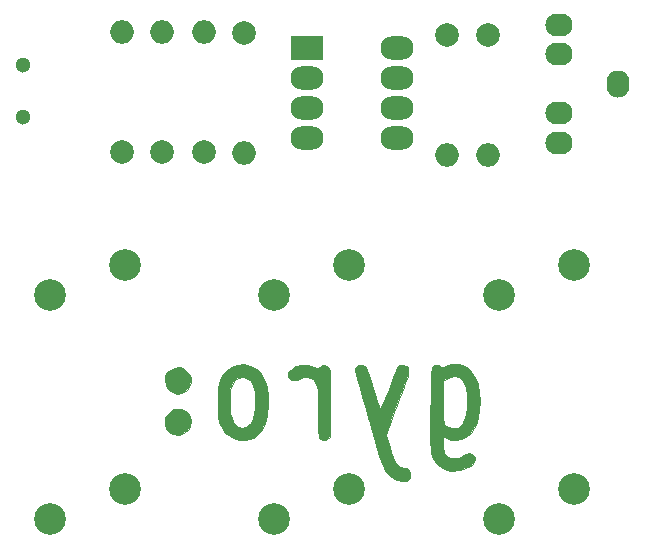
<source format=gbs>
G04 #@! TF.FileFunction,Soldermask,Bot*
%FSLAX46Y46*%
G04 Gerber Fmt 4.6, Leading zero omitted, Abs format (unit mm)*
G04 Created by KiCad (PCBNEW 4.0.6) date Sunday, July 23, 2017 'AMt' 03:34:07 AM*
%MOMM*%
%LPD*%
G01*
G04 APERTURE LIST*
%ADD10C,0.100000*%
%ADD11C,0.010000*%
%ADD12C,2.686000*%
%ADD13O,1.924000X2.300000*%
%ADD14O,2.300000X1.924000*%
%ADD15R,2.800000X2.000000*%
%ADD16O,2.800000X2.000000*%
%ADD17C,2.000000*%
%ADD18O,2.000000X2.000000*%
%ADD19C,1.300000*%
G04 APERTURE END LIST*
D10*
D11*
G36*
X146654771Y-103460166D02*
X146503222Y-103564500D01*
X146437442Y-103684774D01*
X146325020Y-103939603D01*
X146176049Y-104303998D01*
X146000619Y-104752966D01*
X145808823Y-105261517D01*
X145715214Y-105515880D01*
X145524586Y-106028226D01*
X145350305Y-106478106D01*
X145201225Y-106844154D01*
X145086200Y-107105006D01*
X145014082Y-107239297D01*
X144995982Y-107251547D01*
X144955302Y-107153648D01*
X144875573Y-106917503D01*
X144764508Y-106567613D01*
X144629820Y-106128481D01*
X144479224Y-105624608D01*
X144414967Y-105406000D01*
X144233077Y-104801705D01*
X144069956Y-104294313D01*
X143931510Y-103900640D01*
X143823651Y-103637500D01*
X143752916Y-103522167D01*
X143510472Y-103425264D01*
X143253403Y-103446112D01*
X143032698Y-103564130D01*
X142899344Y-103758741D01*
X142881333Y-103873938D01*
X142904199Y-103982486D01*
X142969794Y-104237429D01*
X143073609Y-104622552D01*
X143211139Y-105121636D01*
X143377875Y-105718466D01*
X143569313Y-106396825D01*
X143780943Y-107140497D01*
X144008260Y-107933264D01*
X144043797Y-108056677D01*
X144327177Y-109035697D01*
X144569990Y-109863817D01*
X144776238Y-110553500D01*
X144949926Y-111117209D01*
X145095058Y-111567405D01*
X145215638Y-111916550D01*
X145315671Y-112177108D01*
X145399160Y-112361539D01*
X145461964Y-112470525D01*
X145734158Y-112777874D01*
X146078042Y-113027361D01*
X146455140Y-113204179D01*
X146826973Y-113293521D01*
X147155063Y-113280579D01*
X147347500Y-113196131D01*
X147497794Y-112996018D01*
X147548248Y-112729532D01*
X147498694Y-112464362D01*
X147349828Y-112268801D01*
X147154156Y-112168227D01*
X147015145Y-112137000D01*
X146705835Y-112061281D01*
X146420980Y-111860604D01*
X146276782Y-111677962D01*
X146192410Y-111497092D01*
X146076839Y-111194728D01*
X145945004Y-110812307D01*
X145811841Y-110391263D01*
X145806054Y-110372061D01*
X145491717Y-109326788D01*
X146186797Y-107451061D01*
X146403728Y-106866633D01*
X146619944Y-106285891D01*
X146822231Y-105744197D01*
X146997375Y-105276915D01*
X147132162Y-104919408D01*
X147170704Y-104817980D01*
X147334513Y-104334244D01*
X147405613Y-103973682D01*
X147384383Y-103718016D01*
X147271202Y-103548968D01*
X147198017Y-103500296D01*
X146920129Y-103421290D01*
X146654771Y-103460166D01*
X146654771Y-103460166D01*
G37*
X146654771Y-103460166D02*
X146503222Y-103564500D01*
X146437442Y-103684774D01*
X146325020Y-103939603D01*
X146176049Y-104303998D01*
X146000619Y-104752966D01*
X145808823Y-105261517D01*
X145715214Y-105515880D01*
X145524586Y-106028226D01*
X145350305Y-106478106D01*
X145201225Y-106844154D01*
X145086200Y-107105006D01*
X145014082Y-107239297D01*
X144995982Y-107251547D01*
X144955302Y-107153648D01*
X144875573Y-106917503D01*
X144764508Y-106567613D01*
X144629820Y-106128481D01*
X144479224Y-105624608D01*
X144414967Y-105406000D01*
X144233077Y-104801705D01*
X144069956Y-104294313D01*
X143931510Y-103900640D01*
X143823651Y-103637500D01*
X143752916Y-103522167D01*
X143510472Y-103425264D01*
X143253403Y-103446112D01*
X143032698Y-103564130D01*
X142899344Y-103758741D01*
X142881333Y-103873938D01*
X142904199Y-103982486D01*
X142969794Y-104237429D01*
X143073609Y-104622552D01*
X143211139Y-105121636D01*
X143377875Y-105718466D01*
X143569313Y-106396825D01*
X143780943Y-107140497D01*
X144008260Y-107933264D01*
X144043797Y-108056677D01*
X144327177Y-109035697D01*
X144569990Y-109863817D01*
X144776238Y-110553500D01*
X144949926Y-111117209D01*
X145095058Y-111567405D01*
X145215638Y-111916550D01*
X145315671Y-112177108D01*
X145399160Y-112361539D01*
X145461964Y-112470525D01*
X145734158Y-112777874D01*
X146078042Y-113027361D01*
X146455140Y-113204179D01*
X146826973Y-113293521D01*
X147155063Y-113280579D01*
X147347500Y-113196131D01*
X147497794Y-112996018D01*
X147548248Y-112729532D01*
X147498694Y-112464362D01*
X147349828Y-112268801D01*
X147154156Y-112168227D01*
X147015145Y-112137000D01*
X146705835Y-112061281D01*
X146420980Y-111860604D01*
X146276782Y-111677962D01*
X146192410Y-111497092D01*
X146076839Y-111194728D01*
X145945004Y-110812307D01*
X145811841Y-110391263D01*
X145806054Y-110372061D01*
X145491717Y-109326788D01*
X146186797Y-107451061D01*
X146403728Y-106866633D01*
X146619944Y-106285891D01*
X146822231Y-105744197D01*
X146997375Y-105276915D01*
X147132162Y-104919408D01*
X147170704Y-104817980D01*
X147334513Y-104334244D01*
X147405613Y-103973682D01*
X147384383Y-103718016D01*
X147271202Y-103548968D01*
X147198017Y-103500296D01*
X146920129Y-103421290D01*
X146654771Y-103460166D01*
G36*
X151005003Y-103374061D02*
X150613745Y-103508062D01*
X150386660Y-103609810D01*
X150252855Y-103635287D01*
X150156895Y-103589201D01*
X150115300Y-103550395D01*
X149924108Y-103441899D01*
X149781666Y-103416333D01*
X149662823Y-103420904D01*
X149567021Y-103445839D01*
X149491255Y-103507968D01*
X149432520Y-103624123D01*
X149387810Y-103811134D01*
X149354120Y-104085833D01*
X149328446Y-104465051D01*
X149307782Y-104965618D01*
X149289123Y-105604367D01*
X149272622Y-106267383D01*
X149249723Y-107419496D01*
X149240929Y-108409587D01*
X149246435Y-109244393D01*
X149266437Y-109930652D01*
X149301130Y-110475103D01*
X149350710Y-110884483D01*
X149414649Y-111163333D01*
X149585725Y-111496789D01*
X149857457Y-111827504D01*
X150180179Y-112106047D01*
X150504223Y-112282986D01*
X150556258Y-112299513D01*
X151089129Y-112378249D01*
X151674910Y-112348056D01*
X152030516Y-112275432D01*
X152475103Y-112107150D01*
X152797079Y-111883144D01*
X152983367Y-111618942D01*
X153020892Y-111330073D01*
X152970291Y-111159425D01*
X152801541Y-110956011D01*
X152558776Y-110895448D01*
X152262680Y-110980209D01*
X152128692Y-111058863D01*
X151670937Y-111280795D01*
X151204168Y-111335109D01*
X150906797Y-111285522D01*
X150653948Y-111182229D01*
X150501490Y-111009797D01*
X150452595Y-110907065D01*
X150403352Y-110722958D01*
X150364470Y-110458144D01*
X150338460Y-110159121D01*
X150327830Y-109872388D01*
X150335091Y-109644445D01*
X150362753Y-109521789D01*
X150377312Y-109512333D01*
X150472685Y-109554126D01*
X150640465Y-109655079D01*
X150646601Y-109659089D01*
X150939562Y-109769115D01*
X151343307Y-109805844D01*
X151869710Y-109724457D01*
X152346226Y-109491238D01*
X152742115Y-109122604D01*
X152821171Y-109016592D01*
X153093407Y-108501137D01*
X153290574Y-107873303D01*
X153409953Y-107173808D01*
X153444959Y-106516055D01*
X152401956Y-106516055D01*
X152366147Y-107104497D01*
X152268478Y-107657623D01*
X152111629Y-108135005D01*
X151898281Y-108496214D01*
X151873937Y-108524394D01*
X151617044Y-108738396D01*
X151335426Y-108812478D01*
X150991321Y-108752971D01*
X150839243Y-108697818D01*
X150606741Y-108578121D01*
X150441795Y-108445470D01*
X150414196Y-108407051D01*
X150389060Y-108277827D01*
X150367083Y-108006927D01*
X150349468Y-107621995D01*
X150337419Y-107150679D01*
X150332139Y-106620622D01*
X150332000Y-106518378D01*
X150332000Y-104783290D01*
X150547642Y-104613666D01*
X150906227Y-104426857D01*
X151286634Y-104387293D01*
X151649604Y-104486703D01*
X151955880Y-104716815D01*
X152111412Y-104943101D01*
X152277269Y-105394929D01*
X152373224Y-105932722D01*
X152401956Y-106516055D01*
X153444959Y-106516055D01*
X153448828Y-106443371D01*
X153404479Y-105722711D01*
X153274189Y-105052546D01*
X153115852Y-104601667D01*
X152820892Y-104104921D01*
X152437608Y-103722984D01*
X151990719Y-103466659D01*
X151504945Y-103346750D01*
X151005003Y-103374061D01*
X151005003Y-103374061D01*
G37*
X151005003Y-103374061D02*
X150613745Y-103508062D01*
X150386660Y-103609810D01*
X150252855Y-103635287D01*
X150156895Y-103589201D01*
X150115300Y-103550395D01*
X149924108Y-103441899D01*
X149781666Y-103416333D01*
X149662823Y-103420904D01*
X149567021Y-103445839D01*
X149491255Y-103507968D01*
X149432520Y-103624123D01*
X149387810Y-103811134D01*
X149354120Y-104085833D01*
X149328446Y-104465051D01*
X149307782Y-104965618D01*
X149289123Y-105604367D01*
X149272622Y-106267383D01*
X149249723Y-107419496D01*
X149240929Y-108409587D01*
X149246435Y-109244393D01*
X149266437Y-109930652D01*
X149301130Y-110475103D01*
X149350710Y-110884483D01*
X149414649Y-111163333D01*
X149585725Y-111496789D01*
X149857457Y-111827504D01*
X150180179Y-112106047D01*
X150504223Y-112282986D01*
X150556258Y-112299513D01*
X151089129Y-112378249D01*
X151674910Y-112348056D01*
X152030516Y-112275432D01*
X152475103Y-112107150D01*
X152797079Y-111883144D01*
X152983367Y-111618942D01*
X153020892Y-111330073D01*
X152970291Y-111159425D01*
X152801541Y-110956011D01*
X152558776Y-110895448D01*
X152262680Y-110980209D01*
X152128692Y-111058863D01*
X151670937Y-111280795D01*
X151204168Y-111335109D01*
X150906797Y-111285522D01*
X150653948Y-111182229D01*
X150501490Y-111009797D01*
X150452595Y-110907065D01*
X150403352Y-110722958D01*
X150364470Y-110458144D01*
X150338460Y-110159121D01*
X150327830Y-109872388D01*
X150335091Y-109644445D01*
X150362753Y-109521789D01*
X150377312Y-109512333D01*
X150472685Y-109554126D01*
X150640465Y-109655079D01*
X150646601Y-109659089D01*
X150939562Y-109769115D01*
X151343307Y-109805844D01*
X151869710Y-109724457D01*
X152346226Y-109491238D01*
X152742115Y-109122604D01*
X152821171Y-109016592D01*
X153093407Y-108501137D01*
X153290574Y-107873303D01*
X153409953Y-107173808D01*
X153444959Y-106516055D01*
X152401956Y-106516055D01*
X152366147Y-107104497D01*
X152268478Y-107657623D01*
X152111629Y-108135005D01*
X151898281Y-108496214D01*
X151873937Y-108524394D01*
X151617044Y-108738396D01*
X151335426Y-108812478D01*
X150991321Y-108752971D01*
X150839243Y-108697818D01*
X150606741Y-108578121D01*
X150441795Y-108445470D01*
X150414196Y-108407051D01*
X150389060Y-108277827D01*
X150367083Y-108006927D01*
X150349468Y-107621995D01*
X150337419Y-107150679D01*
X150332139Y-106620622D01*
X150332000Y-106518378D01*
X150332000Y-104783290D01*
X150547642Y-104613666D01*
X150906227Y-104426857D01*
X151286634Y-104387293D01*
X151649604Y-104486703D01*
X151955880Y-104716815D01*
X152111412Y-104943101D01*
X152277269Y-105394929D01*
X152373224Y-105932722D01*
X152401956Y-106516055D01*
X153444959Y-106516055D01*
X153448828Y-106443371D01*
X153404479Y-105722711D01*
X153274189Y-105052546D01*
X153115852Y-104601667D01*
X152820892Y-104104921D01*
X152437608Y-103722984D01*
X151990719Y-103466659D01*
X151504945Y-103346750D01*
X151005003Y-103374061D01*
G36*
X137883653Y-103558764D02*
X137447429Y-103821987D01*
X137399166Y-103864329D01*
X137231113Y-104098704D01*
X137203324Y-104331726D01*
X137288682Y-104536405D01*
X137460071Y-104685752D01*
X137690373Y-104752778D01*
X137952471Y-104710494D01*
X138140000Y-104601667D01*
X138441353Y-104462870D01*
X138797070Y-104438499D01*
X139137490Y-104527685D01*
X139281842Y-104615882D01*
X139417065Y-104732986D01*
X139523463Y-104861024D01*
X139604457Y-105020887D01*
X139663467Y-105233463D01*
X139703913Y-105519644D01*
X139729214Y-105900318D01*
X139742792Y-106396377D01*
X139748065Y-107028708D01*
X139748666Y-107467247D01*
X139750922Y-108168138D01*
X139758172Y-108714749D01*
X139771139Y-109122078D01*
X139790547Y-109405124D01*
X139817120Y-109578886D01*
X139851581Y-109658362D01*
X139854500Y-109660937D01*
X140127895Y-109797470D01*
X140396361Y-109764834D01*
X140539696Y-109677004D01*
X140764666Y-109500043D01*
X140764666Y-106627521D01*
X140764288Y-105853253D01*
X140762492Y-105230524D01*
X140758288Y-104741540D01*
X140750686Y-104368508D01*
X140738695Y-104093634D01*
X140721324Y-103899125D01*
X140697584Y-103767186D01*
X140666483Y-103680025D01*
X140627030Y-103619848D01*
X140595333Y-103585667D01*
X140363541Y-103437905D01*
X140116495Y-103453660D01*
X139896913Y-103584080D01*
X139745100Y-103688760D01*
X139620459Y-103703058D01*
X139442401Y-103631063D01*
X139398662Y-103609357D01*
X138900159Y-103447235D01*
X138381526Y-103432108D01*
X137883653Y-103558764D01*
X137883653Y-103558764D01*
G37*
X137883653Y-103558764D02*
X137447429Y-103821987D01*
X137399166Y-103864329D01*
X137231113Y-104098704D01*
X137203324Y-104331726D01*
X137288682Y-104536405D01*
X137460071Y-104685752D01*
X137690373Y-104752778D01*
X137952471Y-104710494D01*
X138140000Y-104601667D01*
X138441353Y-104462870D01*
X138797070Y-104438499D01*
X139137490Y-104527685D01*
X139281842Y-104615882D01*
X139417065Y-104732986D01*
X139523463Y-104861024D01*
X139604457Y-105020887D01*
X139663467Y-105233463D01*
X139703913Y-105519644D01*
X139729214Y-105900318D01*
X139742792Y-106396377D01*
X139748065Y-107028708D01*
X139748666Y-107467247D01*
X139750922Y-108168138D01*
X139758172Y-108714749D01*
X139771139Y-109122078D01*
X139790547Y-109405124D01*
X139817120Y-109578886D01*
X139851581Y-109658362D01*
X139854500Y-109660937D01*
X140127895Y-109797470D01*
X140396361Y-109764834D01*
X140539696Y-109677004D01*
X140764666Y-109500043D01*
X140764666Y-106627521D01*
X140764288Y-105853253D01*
X140762492Y-105230524D01*
X140758288Y-104741540D01*
X140750686Y-104368508D01*
X140738695Y-104093634D01*
X140721324Y-103899125D01*
X140697584Y-103767186D01*
X140666483Y-103680025D01*
X140627030Y-103619848D01*
X140595333Y-103585667D01*
X140363541Y-103437905D01*
X140116495Y-103453660D01*
X139896913Y-103584080D01*
X139745100Y-103688760D01*
X139620459Y-103703058D01*
X139442401Y-103631063D01*
X139398662Y-103609357D01*
X138900159Y-103447235D01*
X138381526Y-103432108D01*
X137883653Y-103558764D01*
G36*
X132925596Y-103426370D02*
X132443380Y-103577631D01*
X132024025Y-103850313D01*
X131787166Y-104111015D01*
X131589431Y-104414210D01*
X131443992Y-104721153D01*
X131343703Y-105064925D01*
X131281417Y-105478609D01*
X131249987Y-105995287D01*
X131242237Y-106633667D01*
X131254626Y-107303221D01*
X131294833Y-107834065D01*
X131371815Y-108255765D01*
X131494533Y-108597891D01*
X131671944Y-108890011D01*
X131913007Y-109161694D01*
X132045934Y-109286327D01*
X132520344Y-109626634D01*
X133014540Y-109802850D01*
X133550062Y-109820208D01*
X133939768Y-109746349D01*
X134291709Y-109581561D01*
X134645443Y-109293074D01*
X134961755Y-108921481D01*
X135201431Y-108507377D01*
X135248703Y-108391416D01*
X135443743Y-107652216D01*
X135526280Y-106814252D01*
X135515425Y-106461140D01*
X134444479Y-106461140D01*
X134430886Y-107106311D01*
X134365213Y-107616189D01*
X134240517Y-108018686D01*
X134049859Y-108341714D01*
X133946921Y-108462019D01*
X133638605Y-108692436D01*
X133313157Y-108755984D01*
X132982574Y-108651874D01*
X132818579Y-108536259D01*
X132587590Y-108285057D01*
X132423366Y-107963418D01*
X132318711Y-107545870D01*
X132266430Y-107006943D01*
X132257133Y-106549000D01*
X132262465Y-106099272D01*
X132281235Y-105772848D01*
X132319982Y-105523839D01*
X132385247Y-105306354D01*
X132459839Y-105126695D01*
X132682128Y-104750052D01*
X132948442Y-104530158D01*
X133274861Y-104456749D01*
X133481779Y-104474404D01*
X133824381Y-104594698D01*
X134086944Y-104832327D01*
X134274242Y-105197145D01*
X134391052Y-105699008D01*
X134442148Y-106347770D01*
X134444479Y-106461140D01*
X135515425Y-106461140D01*
X135501038Y-105993176D01*
X135409880Y-105323786D01*
X135259226Y-104783423D01*
X135037336Y-104338652D01*
X134818353Y-104049109D01*
X134417054Y-103707899D01*
X133945670Y-103490825D01*
X133437439Y-103397209D01*
X132925596Y-103426370D01*
X132925596Y-103426370D01*
G37*
X132925596Y-103426370D02*
X132443380Y-103577631D01*
X132024025Y-103850313D01*
X131787166Y-104111015D01*
X131589431Y-104414210D01*
X131443992Y-104721153D01*
X131343703Y-105064925D01*
X131281417Y-105478609D01*
X131249987Y-105995287D01*
X131242237Y-106633667D01*
X131254626Y-107303221D01*
X131294833Y-107834065D01*
X131371815Y-108255765D01*
X131494533Y-108597891D01*
X131671944Y-108890011D01*
X131913007Y-109161694D01*
X132045934Y-109286327D01*
X132520344Y-109626634D01*
X133014540Y-109802850D01*
X133550062Y-109820208D01*
X133939768Y-109746349D01*
X134291709Y-109581561D01*
X134645443Y-109293074D01*
X134961755Y-108921481D01*
X135201431Y-108507377D01*
X135248703Y-108391416D01*
X135443743Y-107652216D01*
X135526280Y-106814252D01*
X135515425Y-106461140D01*
X134444479Y-106461140D01*
X134430886Y-107106311D01*
X134365213Y-107616189D01*
X134240517Y-108018686D01*
X134049859Y-108341714D01*
X133946921Y-108462019D01*
X133638605Y-108692436D01*
X133313157Y-108755984D01*
X132982574Y-108651874D01*
X132818579Y-108536259D01*
X132587590Y-108285057D01*
X132423366Y-107963418D01*
X132318711Y-107545870D01*
X132266430Y-107006943D01*
X132257133Y-106549000D01*
X132262465Y-106099272D01*
X132281235Y-105772848D01*
X132319982Y-105523839D01*
X132385247Y-105306354D01*
X132459839Y-105126695D01*
X132682128Y-104750052D01*
X132948442Y-104530158D01*
X133274861Y-104456749D01*
X133481779Y-104474404D01*
X133824381Y-104594698D01*
X134086944Y-104832327D01*
X134274242Y-105197145D01*
X134391052Y-105699008D01*
X134442148Y-106347770D01*
X134444479Y-106461140D01*
X135515425Y-106461140D01*
X135501038Y-105993176D01*
X135409880Y-105323786D01*
X135259226Y-104783423D01*
X135037336Y-104338652D01*
X134818353Y-104049109D01*
X134417054Y-103707899D01*
X133945670Y-103490825D01*
X133437439Y-103397209D01*
X132925596Y-103426370D01*
G36*
X127583954Y-107159705D02*
X127394776Y-107235823D01*
X127191976Y-107403028D01*
X127123372Y-107470372D01*
X126927849Y-107684084D01*
X126830503Y-107863471D01*
X126798995Y-108082095D01*
X126797667Y-108211206D01*
X126821708Y-108500411D01*
X126878823Y-108747986D01*
X126909209Y-108818934D01*
X127157379Y-109105018D01*
X127496947Y-109280882D01*
X127883344Y-109337239D01*
X128272004Y-109264801D01*
X128496646Y-109149740D01*
X128789159Y-108868153D01*
X128945118Y-108533584D01*
X128974878Y-108177257D01*
X128888797Y-107830393D01*
X128697233Y-107524217D01*
X128410544Y-107289949D01*
X128039085Y-107158814D01*
X127830518Y-107141666D01*
X127583954Y-107159705D01*
X127583954Y-107159705D01*
G37*
X127583954Y-107159705D02*
X127394776Y-107235823D01*
X127191976Y-107403028D01*
X127123372Y-107470372D01*
X126927849Y-107684084D01*
X126830503Y-107863471D01*
X126798995Y-108082095D01*
X126797667Y-108211206D01*
X126821708Y-108500411D01*
X126878823Y-108747986D01*
X126909209Y-108818934D01*
X127157379Y-109105018D01*
X127496947Y-109280882D01*
X127883344Y-109337239D01*
X128272004Y-109264801D01*
X128496646Y-109149740D01*
X128789159Y-108868153D01*
X128945118Y-108533584D01*
X128974878Y-108177257D01*
X128888797Y-107830393D01*
X128697233Y-107524217D01*
X128410544Y-107289949D01*
X128039085Y-107158814D01*
X127830518Y-107141666D01*
X127583954Y-107159705D01*
G36*
X127617320Y-103668639D02*
X127265699Y-103828022D01*
X127083045Y-103980266D01*
X126908974Y-104175675D01*
X126823357Y-104356777D01*
X126796037Y-104600930D01*
X126794666Y-104720071D01*
X126855756Y-105157687D01*
X127044024Y-105487513D01*
X127366969Y-105721551D01*
X127441163Y-105754926D01*
X127805729Y-105859196D01*
X128132152Y-105830156D01*
X128398112Y-105716958D01*
X128638662Y-105531515D01*
X128831759Y-105290902D01*
X128841291Y-105273779D01*
X128974102Y-104881765D01*
X128962671Y-104513319D01*
X128832010Y-104186841D01*
X128607132Y-103920733D01*
X128313049Y-103733395D01*
X127974774Y-103643230D01*
X127617320Y-103668639D01*
X127617320Y-103668639D01*
G37*
X127617320Y-103668639D02*
X127265699Y-103828022D01*
X127083045Y-103980266D01*
X126908974Y-104175675D01*
X126823357Y-104356777D01*
X126796037Y-104600930D01*
X126794666Y-104720071D01*
X126855756Y-105157687D01*
X127044024Y-105487513D01*
X127366969Y-105721551D01*
X127441163Y-105754926D01*
X127805729Y-105859196D01*
X128132152Y-105830156D01*
X128398112Y-105716958D01*
X128638662Y-105531515D01*
X128831759Y-105290902D01*
X128841291Y-105273779D01*
X128974102Y-104881765D01*
X128962671Y-104513319D01*
X128832010Y-104186841D01*
X128607132Y-103920733D01*
X128313049Y-103733395D01*
X127974774Y-103643230D01*
X127617320Y-103668639D01*
D12*
X123412000Y-113947000D03*
X117062000Y-116487000D03*
X142412000Y-94947000D03*
X136062000Y-97487000D03*
D13*
X165172000Y-79627000D03*
D14*
X160172000Y-82127000D03*
X160172000Y-77127000D03*
X160172000Y-84627000D03*
X160172000Y-74627000D03*
D15*
X138772000Y-76627000D03*
D16*
X146392000Y-84247000D03*
X138772000Y-79167000D03*
X146392000Y-81707000D03*
X138772000Y-81707000D03*
X146392000Y-79167000D03*
X138772000Y-84247000D03*
X146392000Y-76627000D03*
D17*
X126572000Y-85427000D03*
D18*
X126572000Y-75267000D03*
D17*
X123172000Y-85427000D03*
D18*
X123172000Y-75267000D03*
D17*
X130072000Y-85427000D03*
D18*
X130072000Y-75267000D03*
D17*
X133472000Y-75327000D03*
D18*
X133472000Y-85487000D03*
D17*
X154172000Y-75527000D03*
D18*
X154172000Y-85687000D03*
D17*
X150672000Y-75527000D03*
D18*
X150672000Y-85687000D03*
D19*
X114772000Y-78027000D03*
X114772000Y-82427000D03*
D12*
X123412000Y-94947000D03*
X117062000Y-97487000D03*
X142412000Y-113947000D03*
X136062000Y-116487000D03*
X161412000Y-94947000D03*
X155062000Y-97487000D03*
X161412000Y-113947000D03*
X155062000Y-116487000D03*
M02*

</source>
